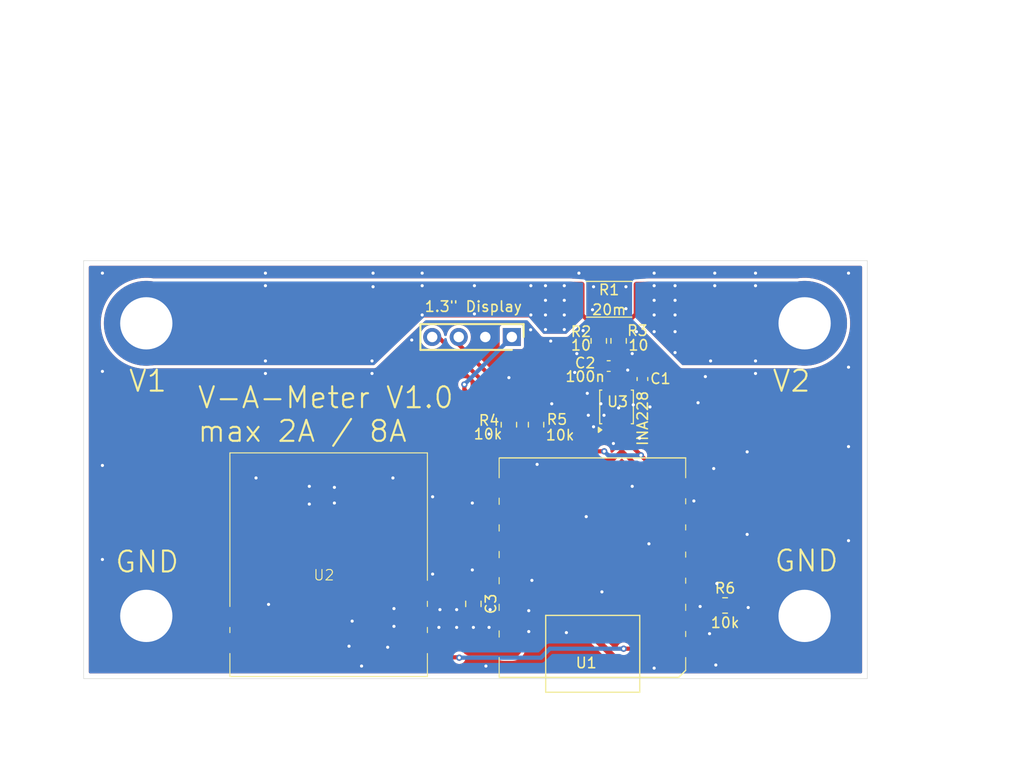
<source format=kicad_pcb>
(kicad_pcb (version 20241229) (generator "pcbnew") (generator_version "9.0")
  (layers (0 "F.Cu" signal) (2 "B.Cu" signal) (13 "F.Paste" user) (15 "B.Paste" user) (5 "F.SilkS" user "F.Silkscreen") (7 "B.SilkS" user "B.Silkscreen") (1 "F.Mask" user) (3 "B.Mask" user) (25 "Edge.Cuts" user))
  (net 0 "")
  (net 1 "+3.3V")
  (net 2 "GND")
  (net 3 "Net-(U3-Vin+)")
  (net 4 "Net-(U3-Vin-)")
  (net 5 "Net-(U3-Vbus)")
  (net 6 "Net-(J3-Pad1)")
  (net 7 "/SDA")
  (net 8 "/SCL")
  (net 9 "/ALERT")
  (net 13 "Net-(U1-PA02_A0_D0)")
  (net 14 "Net-(U1-5V)")
  (footprint "Capacitor_SMD:C_0805_2012Metric" (layer "F.Cu") (at 57.3 52.85 -90)
    (property "Reference" "C3" (at 0 -1.68 90) (layer "F.SilkS"))
    (property "Value" "1u")
    (fp_line (start -0.261252 0.735) (end 0.261252 0.735) (stroke (width 0.12)) (layer "F.SilkS"))
    (fp_line (start -0.261252 -0.735) (end 0.261252 -0.735) (stroke (width 0.12)) (layer "F.SilkS"))
    (pad "1" smd roundrect (at -0.95 0 270) (size 1 1.45) (layers "F.Cu" "F.Mask" "F.Paste") (net 1 "+3.3V"))
    (pad "2" smd roundrect (at 0.95 0 270) (size 1 1.45) (layers "F.Cu" "F.Mask" "F.Paste") (net 2 "GND"))
  )
  (footprint "Marcus_Connectors:banana-socket" (layer "F.Cu") (at 89 54 -90)
    (property "Reference" "J4" (hide yes))
    (property "Value" "Banana-Socket" (hide yes))
    (pad "1" thru_hole circle (at 0 0 270) (size 8.115 8.115) (drill 5) (layers "*.Cu" "*.Mask") (net 2 "GND"))
  )
  (footprint "Resistor_SMD:R_0805_2012Metric" (layer "F.Cu") (at 69.3 27.68 -90)
    (property "Reference" "R2" (at -0.88 1.7 180) (layer "F.SilkS"))
    (property "Value" "10" (at 0.42 1.7 180) (layer "F.SilkS"))
    (fp_line (start -0.227064 0.735) (end 0.227064 0.735) (stroke (width 0.12)) (layer "F.SilkS"))
    (fp_line (start -0.227064 -0.735) (end 0.227064 -0.735) (stroke (width 0.12)) (layer "F.SilkS"))
    (pad "1" smd roundrect (at -0.9125 0 270) (size 1.025 1.4) (layers "F.Cu" "F.Mask" "F.Paste") (roundrect_rratio 0.243902) (net 5 "Net-(U3-Vbus)"))
    (pad "2" smd roundrect (at 0.9125 0 270) (size 1.025 1.4) (layers "F.Cu" "F.Mask" "F.Paste") (roundrect_rratio 0.243902) (net 3 "Net-(U3-Vin+)"))
  )
  (footprint "Marcus_Modules:Display-OLED-1.3-Module" (layer "F.Cu") (at 57.17 27.31 180)
    (property "Reference" "J5" (hide yes))
    (property "Value" "Display-OLED-1.3-Module" (hide yes))
    (property "Field5" "1.3\" Display" (at -0.13 2.91 0) (layer "F.SilkS"))
    (fp_line (start 4.94 1.235) (end 4.94 -1.235) (stroke (width 0.2)) (layer "F.SilkS"))
    (fp_line (start 4.94 -1.235) (end -3.81 -1.235) (stroke (width 0.2)) (layer "F.SilkS"))
    (fp_line (start -4.94 1.235) (end 4.94 1.235) (stroke (width 0.2)) (layer "F.SilkS"))
    (fp_line (start -4.94 0) (end -4.94 1.235) (stroke (width 0.2)) (layer "F.SilkS"))
    (pad "1" thru_hole rect (at -3.81 0 180) (size 1.725 1.725) (drill 1) (layers "*.Cu" "*.Mask") (net 1 "+3.3V"))
    (pad "2" thru_hole circle (at -1.27 0 180) (size 1.725 1.725) (drill 1) (layers "*.Cu" "*.Mask") (net 2 "GND"))
    (pad "3" thru_hole circle (at 1.27 0 180) (size 1.725 1.725) (drill 1) (layers "*.Cu" "*.Mask") (net 8 "/SCL"))
    (pad "4" thru_hole circle (at 3.81 0 180) (size 1.725 1.725) (drill 1) (layers "*.Cu" "*.Mask") (net 7 "/SDA"))
  )
  (footprint "Package_SO:VSSOP-10_3x3mm_P0.5mm" (layer "F.Cu") (at 71 34 90)
    (property "Reference" "U3" (at 0.5 0.1 0) (layer "F.SilkS"))
    (property "Value" "INA228" (at -1.1 2.5 90) (layer "F.SilkS"))
    (fp_line (start 1.61 -1.61) (end 1.61 -1.41) (stroke (width 0.12)) (layer "F.SilkS"))
    (fp_line (start -1.61 -1.61) (end 1.61 -1.61) (stroke (width 0.12)) (layer "F.SilkS"))
    (fp_line (start -1.61 -1.41) (end -1.61 -1.61) (stroke (width 0.12)) (layer "F.SilkS"))
    (fp_line (start 1.61 1.41) (end 1.61 1.61) (stroke (width 0.12)) (layer "F.SilkS"))
    (fp_line (start 1.61 1.61) (end -1.61 1.61) (stroke (width 0.12)) (layer "F.SilkS"))
    (fp_line (start -1.61 1.61) (end -1.61 1.41) (stroke (width 0.12)) (layer "F.SilkS"))
    (fp_poly (pts (xy -2.2 -1.41) (xy -2.44 -1.74) (xy -1.96 -1.74)) (stroke (width 0.12)) (fill yes) (layer "F.SilkS"))
    (pad "1" smd roundrect (at -2.2 -1 90) (size 1.45 0.3) (layers "F.Cu" "F.Mask" "F.Paste") (net 2 "GND"))
    (pad "2" smd roundrect (at -2.2 -0.5 90) (size 1.45 0.3) (layers "F.Cu" "F.Mask" "F.Paste") (net 2 "GND"))
    (pad "3" smd roundrect (at -2.2 0 90) (size 1.45 0.3) (layers "F.Cu" "F.Mask" "F.Paste") (net 9 "/ALERT"))
    (pad "4" smd roundrect (at -2.2 0.5 90) (size 1.45 0.3) (layers "F.Cu" "F.Mask" "F.Paste") (net 7 "/SDA"))
    (pad "5" smd roundrect (at -2.2 1 90) (size 1.45 0.3) (layers "F.Cu" "F.Mask" "F.Paste") (net 8 "/SCL"))
    (pad "6" smd roundrect (at 2.2 1 90) (size 1.45 0.3) (layers "F.Cu" "F.Mask" "F.Paste") (net 1 "+3.3V"))
    (pad "7" smd roundrect (at 2.2 0.5 90) (size 1.45 0.3) (layers "F.Cu" "F.Mask" "F.Paste") (net 2 "GND"))
    (pad "8" smd roundrect (at 2.2 0 90) (size 1.45 0.3) (layers "F.Cu" "F.Mask" "F.Paste") (net 5 "Net-(U3-Vbus)"))
    (pad "9" smd roundrect (at 2.2 -0.5 90) (size 1.45 0.3) (layers "F.Cu" "F.Mask" "F.Paste") (net 4 "Net-(U3-Vin-)"))
    (pad "10" smd roundrect (at 2.2 -1 90) (size 1.45 0.3) (layers "F.Cu" "F.Mask" "F.Paste") (net 3 "Net-(U3-Vin+)"))
  )
  (footprint "Marcus_Connectors:banana-socket" (layer "F.Cu") (at 26 26 -90)
    (property "Reference" "J1" (hide yes))
    (property "Value" "Banana-Socket" (hide yes))
    (pad "1" thru_hole circle (at 0 0 270) (size 8.115 8.115) (drill 5) (layers "*.Cu" "*.Mask") (net 5 "Net-(U3-Vbus)"))
  )
  (footprint "Marcus_Modules:LiFePO4-Xiao-Module" (layer "F.Cu") (at 52.7 59.6 180)
    (property "Reference" "U2" (at 9.7 9.5 0) (layer "F.SilkS") (effects (font (thickness 0.1))))
    (property "Value" "LiFePO4-Xiao-Module")
    (fp_line (start 18.7 21.2) (end 18.7 6.5) (stroke (width 0.1)) (layer "F.SilkS"))
    (fp_line (start 18.7 4) (end 18.7 4.5) (stroke (width 0.1)) (layer "F.SilkS"))
    (fp_line (start 18.7 -0.2) (end 18.7 2) (stroke (width 0.1)) (layer "F.SilkS"))
    (fp_line (start -0.2 21.2) (end 18.7 21.2) (stroke (width 0.1)) (layer "F.SilkS"))
    (fp_line (start -0.2 9) (end -0.2 21.2) (stroke (width 0.1)) (layer "F.SilkS"))
    (fp_line (start -0.2 6.5) (end -0.2 7) (stroke (width 0.1)) (layer "F.SilkS"))
    (fp_line (start -0.2 4) (end -0.2 4.5) (stroke (width 0.1)) (layer "F.SilkS"))
    (fp_line (start -0.2 2) (end -0.2 -0.2) (stroke (width 0.1)) (layer "F.SilkS"))
    (fp_line (start -0.2 -0.2) (end 18.7 -0.2) (stroke (width 0.1)) (layer "F.SilkS"))
    (pad "1" smd oval (at 0.8 3 270) (size 1.725 3.225) (layers "F.Cu" "F.Mask" "F.Paste") (net 14 "Net-(U1-5V)"))
    (pad "2" smd rect (at 0.8 5.5 270) (size 1.725 3.225) (layers "F.Cu" "F.Mask" "F.Paste") (net 2 "GND"))
    (pad "2" smd rect (at 5.5 3.5 270) (size 2.2 2.2) (layers "F.Cu" "F.Mask" "F.Paste") (net 2 "GND"))
    (pad "2" smd rect (at 9.8 17.2) (size 1.3 2.1) (layers "F.Cu" "F.Mask" "F.Paste") (net 2 "GND"))
    (pad "3" smd oval (at 0.8 8 270) (size 1.725 3.225) (layers "F.Cu" "F.Mask" "F.Paste") (net 1 "+3.3V"))
    (pad "4" smd oval (at 17.7 5.5 270) (size 1.725 3.225) (layers "F.Cu" "F.Mask" "F.Paste"))
    (pad "5" smd oval (at 17.7 3 270) (size 1.725 3.225) (layers "F.Cu" "F.Mask" "F.Paste") (net 13 "Net-(U1-PA02_A0_D0)"))
  )
  (footprint "Resistor_SMD:R_0805_2012Metric" (layer "F.Cu") (at 81.39 53)
    (property "Reference" "R6" (at 0 -1.65 0) (layer "F.SilkS"))
    (property "Value" "10k" (at 0 1.65 0) (layer "F.SilkS"))
    (fp_line (start -0.227064 -0.735) (end 0.227064 -0.735) (stroke (width 0.12)) (layer "F.SilkS"))
    (fp_line (start -0.227064 0.735) (end 0.227064 0.735) (stroke (width 0.12)) (layer "F.SilkS"))
    (pad "1" smd roundrect (at -0.9125 0) (size 1.025 1.4) (layers "F.Cu" "F.Mask" "F.Paste") (roundrect_rratio 0.243902) (net 9 "/ALERT"))
    (pad "2" smd roundrect (at 0.9125 0) (size 1.025 1.4) (layers "F.Cu" "F.Mask" "F.Paste") (roundrect_rratio 0.243902) (net 1 "+3.3V"))
  )
  (footprint "Resistor_SMD:R_0805_2012Metric" (layer "F.Cu") (at 60.7 35.7025 -90)
    (property "Reference" "R4" (at -0.4025 1.9 0) (layer "F.SilkS"))
    (property "Value" "10k" (at 0.8975 2 180) (layer "F.SilkS"))
    (fp_line (start -0.227064 0.735) (end 0.227064 0.735) (stroke (width 0.12)) (layer "F.SilkS"))
    (fp_line (start -0.227064 -0.735) (end 0.227064 -0.735) (stroke (width 0.12)) (layer "F.SilkS"))
    (pad "1" smd roundrect (at -0.9125 0 270) (size 1.025 1.4) (layers "F.Cu" "F.Mask" "F.Paste") (roundrect_rratio 0.243902) (net 7 "/SDA"))
    (pad "2" smd roundrect (at 0.9125 0 270) (size 1.025 1.4) (layers "F.Cu" "F.Mask" "F.Paste") (roundrect_rratio 0.243902) (net 1 "+3.3V"))
  )
  (footprint "Marcus_Connectors:banana-socket" (layer "F.Cu") (at 26 54 -90)
    (property "Reference" "J2" (hide yes))
    (property "Value" "Banana-Socket" (hide yes))
    (pad "1" thru_hole circle (at 0 0 270) (size 8.115 8.115) (drill 5) (layers "*.Cu" "*.Mask") (net 2 "GND"))
  )
  (footprint "Marcus_Connectors:banana-socket" (layer "F.Cu") (at 89 26 -90)
    (property "Reference" "J3" (hide yes))
    (property "Value" "Banana-Socket" (hide yes))
    (pad "1" thru_hole circle (at 0 0 270) (size 8.115 8.115) (drill 5) (layers "*.Cu" "*.Mask") (net 6 "Net-(J3-Pad1)"))
  )
  (footprint "Resistor_SMD:R_0805_2012Metric" (layer "F.Cu") (at 71.2 27.68 -90)
    (property "Reference" "R3" (at -0.98 -1.8 180) (layer "F.SilkS"))
    (property "Value" "10" (at 0.42 -1.9 180) (layer "F.SilkS"))
    (fp_line (start -0.227064 0.735) (end 0.227064 0.735) (stroke (width 0.12)) (layer "F.SilkS"))
    (fp_line (start -0.227064 -0.735) (end 0.227064 -0.735) (stroke (width 0.12)) (layer "F.SilkS"))
    (pad "1" smd roundrect (at -0.9125 0 270) (size 1.025 1.4) (layers "F.Cu" "F.Mask" "F.Paste") (roundrect_rratio 0.243902) (net 6 "Net-(J3-Pad1)"))
    (pad "2" smd roundrect (at 0.9125 0 270) (size 1.025 1.4) (layers "F.Cu" "F.Mask" "F.Paste") (roundrect_rratio 0.243902) (net 4 "Net-(U3-Vin-)"))
  )
  (footprint "Resistor_SMD:R_0805_2012Metric" (layer "F.Cu") (at 63.3 35.7 -90)
    (property "Reference" "R5" (at -0.5 -2 0) (layer "F.SilkS"))
    (property "Value" "10k" (at 1 -2.3 180) (layer "F.SilkS"))
    (fp_line (start -0.227064 0.735) (end 0.227064 0.735) (stroke (width 0.12)) (layer "F.SilkS"))
    (fp_line (start -0.227064 -0.735) (end 0.227064 -0.735) (stroke (width 0.12)) (layer "F.SilkS"))
    (pad "1" smd roundrect (at -0.9125 0 270) (size 1.025 1.4) (layers "F.Cu" "F.Mask" "F.Paste") (roundrect_rratio 0.243902) (net 8 "/SCL"))
    (pad "2" smd roundrect (at 0.9125 0 270) (size 1.025 1.4) (layers "F.Cu" "F.Mask" "F.Paste") (roundrect_rratio 0.243902) (net 1 "+3.3V"))
  )
  (footprint "Capacitor_SMD:C_0603_1608Metric" (layer "F.Cu") (at 73.48 31.33 90)
    (property "Reference" "C1" (at 0.03 1.72 180) (layer "F.SilkS"))
    (property "Value" "1u")
    (fp_line (start -0.14058 -0.51) (end 0.14058 -0.51) (stroke (width 0.12)) (layer "F.SilkS"))
    (fp_line (start -0.14058 0.51) (end 0.14058 0.51) (stroke (width 0.12)) (layer "F.SilkS"))
    (pad "1" smd roundrect (at -0.775 0 90) (size 0.9 0.95) (layers "F.Cu" "F.Mask" "F.Paste") (net 1 "+3.3V"))
    (pad "2" smd roundrect (at 0.775 0 90) (size 0.9 0.95) (layers "F.Cu" "F.Mask" "F.Paste") (net 2 "GND"))
  )
  (footprint "Marcus_Modules:SEEEDUINO-XIAO-ESP32C3" (layer "F.Cu") (at 77.6175 38.88075 180)
    (property "Reference" "U1" (at 9.5175 -19.61925 0) (layer "F.SilkS"))
    (property "Value" "SEEEDUINO-XIAO-ESP32C3")
    (fp_line (start 17.85 -1.9) (end 17.85 0) (stroke (width 0.1)) (layer "F.SilkS"))
    (fp_line (start 17.85 -4.45) (end 17.85 -3.85) (stroke (width 0.1)) (layer "F.SilkS"))
    (fp_line (start 17.85 -7) (end 17.85 -6.4) (stroke (width 0.1)) (layer "F.SilkS"))
    (fp_line (start 17.85 -9.55) (end 17.85 -8.95) (stroke (width 0.1)) (layer "F.SilkS"))
    (fp_line (start 17.85 -12.05) (end 17.85 -11.45) (stroke (width 0.1)) (layer "F.SilkS"))
    (fp_line (start 17.85 -14.6) (end 17.85 -14) (stroke (width 0.1)) (layer "F.SilkS"))
    (fp_line (start 17.85 -17.15) (end 17.85 -16.55) (stroke (width 0.1)) (layer "F.SilkS"))
    (fp_line (start 17.85 -21) (end 17.85 -19.1) (stroke (width 0.1)) (layer "F.SilkS"))
    (fp_line (start 17.8 -21) (end 0.671541 -21) (stroke (width 0.127)) (layer "F.SilkS"))
    (fp_line (start 13.395 -15.072) (end 4.396 -15.072) (stroke (width 0.127)) (layer "F.SilkS"))
    (fp_line (start 13.395 -22.424) (end 13.395 -15.072) (stroke (width 0.127)) (layer "F.SilkS"))
    (fp_line (start 4.4 -22.424) (end 13.395 -22.424) (stroke (width 0.127)) (layer "F.SilkS"))
    (fp_line (start 4.396 -15.072) (end 4.396 -22.425) (stroke (width 0.127)) (layer "F.SilkS"))
    (fp_line (start 0.671541 -21) (end 0 -20.3285) (stroke (width 0.127)) (layer "F.SilkS"))
    (fp_line (start 0 0) (end 17.8 0) (stroke (width 0.127)) (layer "F.SilkS"))
    (fp_line (start 0 -1.9) (end 0 0) (stroke (width 0.1)) (layer "F.SilkS"))
    (fp_line (start 0 -4.4) (end 0 -3.9) (stroke (width 0.1)) (layer "F.SilkS"))
    (fp_line (start 0 -6.9) (end 0 -6.4) (stroke (width 0.1)) (layer "F.SilkS"))
    (fp_line (start 0 -9.5) (end 0 -9) (stroke (width 0.1)) (layer "F.SilkS"))
    (fp_line (start 0 -12) (end 0 -11.5) (stroke (width 0.1)) (layer "F.SilkS"))
    (fp_line (start 0 -14.6) (end 0 -14) (stroke (width 0.1)) (layer "F.SilkS"))
    (fp_line (start 0 -17.1) (end 0 -16.6) (stroke (width 0.1)) (layer "F.SilkS"))
    (fp_line (start 0 -20.3285) (end 0 -19.1) (stroke (width 0.1)) (layer "F.SilkS"))
    (pad "1" smd roundrect (at 0.835 -18.12 180) (size 2.75 2) (layers "F.Cu" "F.Mask" "F.Paste") (roundrect_rratio 0.5) (net 13 "Net-(U1-PA02_A0_D0)"))
    (pad "2" smd roundrect (at 0.835 -15.58 180) (size 2.75 2) (layers "F.Cu" "F.Mask" "F.Paste") (roundrect_rratio 0.5) (net 9 "/ALERT"))
    (pad "3" smd roundrect (at 0.835 -13.04 180) (size 2.75 2) (layers "F.Cu" "F.Mask" "F.Paste") (roundrect_rratio 0.5))
    (pad "4" smd roundrect (at 0.835 -10.5 180) (size 2.75 2) (layers "F.Cu" "F.Mask" "F.Paste") (roundrect_rratio 0.5))
    (pad "5" smd roundrect (at 0.835 -7.96 180) (size 2.75 2) (layers "F.Cu" "F.Mask" "F.Paste") (roundrect_rratio 0.5) (net 7 "/SDA"))
    (pad "6" smd roundrect (at 0.835 -5.42 180) (size 2.75 2) (layers "F.Cu" "F.Mask" "F.Paste") (roundrect_rratio 0.5) (net 8 "/SCL"))
    (pad "7" smd roundrect (at 0.835 -2.88 180) (size 2.75 2) (layers "F.Cu" "F.Mask" "F.Paste") (roundrect_rratio 0.5))
    (pad "8" smd roundrect (at 17 -2.88 180) (size 2.75 2) (layers "F.Cu" "F.Mask" "F.Paste") (roundrect_rratio 0.5))
    (pad "9" smd roundrect (at 17 -5.42 180) (size 2.75 2) (layers "F.Cu" "F.Mask" "F.Paste") (roundrect_rratio 0.5))
    (pad "10" smd roundrect (at 17 -7.96 180) (size 2.75 2) (layers "F.Cu" "F.Mask" "F.Paste") (roundrect_rratio 0.5))
    (pad "11" smd roundrect (at 17 -10.5 180) (size 2.75 2) (layers "F.Cu" "F.Mask" "F.Paste") (roundrect_rratio 0.5))
    (pad "12" smd roundrect (at 17 -13.04 180) (size 2.75 2) (layers "F.Cu" "F.Mask" "F.Paste") (roundrect_rratio 0.5) (net 1 "+3.3V"))
    (pad "13" smd roundrect (at 17 -15.58 180) (size 2.75 2) (layers "F.Cu" "F.Mask" "F.Paste") (roundrect_rratio 0.5) (net 2 "GND"))
    (pad "14" smd roundrect (at 17 -18.12 180) (size 2.75 2) (layers "F.Cu" "F.Mask" "F.Paste") (roundrect_rratio 0.5) (net 14 "Net-(U1-5V)"))
    (pad "16" smd roundrect (at 4.5 -10.5 180) (size 2.75 2) (layers "F.Cu" "F.Mask" "F.Paste") (roundrect_rratio 0.5))
    (pad "17" smd roundrect (at 4.5 -13 180) (size 2.75 2) (layers "F.Cu" "F.Mask" "F.Paste") (roundrect_rratio 0.5))
  )
  (footprint "Capacitor_SMD:C_0603_1608Metric" (layer "F.Cu") (at 70.25 30.09)
    (property "Reference" "C2" (at -2.25 -0.29 0) (layer "F.SilkS"))
    (property "Value" "100n" (at -2.25 1.01 0) (layer "F.SilkS"))
    (fp_line (start -0.14058 -0.51) (end 0.14058 -0.51) (stroke (width 0.12)) (layer "F.SilkS"))
    (fp_line (start -0.14058 0.51) (end 0.14058 0.51) (stroke (width 0.12)) (layer "F.SilkS"))
    (pad "1" smd roundrect (at -0.775 0) (size 0.9 0.95) (layers "F.Cu" "F.Mask" "F.Paste") (net 3 "Net-(U3-Vin+)"))
    (pad "2" smd roundrect (at 0.775 0) (size 0.9 0.95) (layers "F.Cu" "F.Mask" "F.Paste") (net 4 "Net-(U3-Vin-)"))
  )
  (footprint "Resistor_SMD:R_2512_6332Metric" (layer "F.Cu") (at 70.2875 23.7)
    (property "Reference" "R1" (at 0 -0.9 0) (layer "F.SilkS"))
    (property "Value" "20m" (at 0.0125 1 0) (layer "F.SilkS"))
    (fp_line (start -2.177064 -1.71) (end 2.177064 -1.71) (stroke (width 0.12)) (layer "F.SilkS"))
    (fp_line (start -2.177064 1.71) (end 2.177064 1.71) (stroke (width 0.12)) (layer "F.SilkS"))
    (pad "1" smd roundrect (at -2.9625 0) (size 1.225 3.35) (layers "F.Cu" "F.Mask" "F.Paste") (roundrect_rratio 0.204082) (net 5 "Net-(U3-Vbus)"))
    (pad "2" smd roundrect (at 2.9625 0) (size 1.225 3.35) (layers "F.Cu" "F.Mask" "F.Paste") (roundrect_rratio 0.204082) (net 6 "Net-(J3-Pad1)"))
  )
  (gr_poly (pts (xy 72.08 32.52) (xy 73.17 32.52) (xy 73.17 31.67) (xy 72.13 31.11) (xy 72.07 31.11)) (fill yes) (layer "F.Cu") (net 1))
  (gr_poly (pts (xy 67.785225 22.15) (xy 66.5 22) (xy 25.985225 22) (xy 25.985225 30) (xy 47.8 30) (xy 52.6 25.4) (xy 62.6 25.4) (xy 64 27) (xy 66.2 27) (xy 67.7 25.55) (xy 67.8 25.4) (xy 67.785225 22.3)) (fill yes) (layer "F.Cu") (net 5))
  (gr_poly (pts (xy 72.8 25.45) (xy 77.3 30) (xy 89 30) (xy 89 22) (xy 74.1 22) (xy 72.8 22.1)) (fill yes) (layer "F.Cu") (net 6))
  (gr_poly (pts (xy 72.8 25.45) (xy 77.3 30) (xy 89 30) (xy 89 22) (xy 74.1 22) (xy 72.8 22.1)) (fill yes) (layer "B.Cu") (net 6))
  (gr_poly (pts (xy 67.8 22.1) (xy 66.5 22) (xy 26 22) (xy 26 30) (xy 47.8 30) (xy 52.6 25.4) (xy 62.6 25.4) (xy 64 27) (xy 66.2 27) (xy 67.75 25.5) (xy 67.8 25.45) (xy 67.8 22.25)) (fill yes) (layer "B.Cu") (net 5))
  (gr_rect (start 20 20) (end 95 60) (stroke (width 0.05)) (fill no) (layer "Edge.Cuts"))
  (gr_text "GND" (at 22.9 50 0) (layer "F.SilkS") (effects (font (size 2 2) (thickness 0.2)) (justify left bottom)))
  (gr_text "V1" (at 24.2 32.7 0) (layer "F.SilkS") (effects (font (size 2 2) (thickness 0.2)) (justify left bottom)))
  (gr_text "GND" (at 86 49.9 0) (layer "F.SilkS") (effects (font (size 2 2) (thickness 0.2)) (justify left bottom)))
  (gr_text "V2" (at 85.8 32.7 0) (layer "F.SilkS") (effects (font (size 2 2) (thickness 0.2)) (justify left bottom)))
  (gr_text "V-A-Meter V1.0\nmax 2A / 8A" (at 30.8 37.5 0) (layer "F.SilkS") (effects (font (size 2 2) (thickness 0.2) (bold yes)) (justify left bottom)))
  (segment (start 60.6175 51.92075) (end 64.72075 51.92075) (width 0.6) (layer "F.Cu") (net 1))
  (segment (start 56.44 31.85) (end 56.44 32.355) (width 0.4) (layer "F.Cu") (net 1))
  (segment (start 77.827948 58.60175) (end 78.389698 58.04) (width 0.6) (layer "F.Cu") (net 1))
  (segment (start 73.48 32.105) (end 72.305 32.105) (width 0.2) (layer "F.Cu") (net 1))
  (segment (start 71.306793 58.041) (end 72.053207 58.041) (width 0.6) (layer "F.Cu") (net 1))
  (segment (start 75.737052 58.60175) (end 77.827948 58.60175) (width 0.6) (layer "F.Cu") (net 1))
  (segment (start 72.053207 58.041) (end 72.054207 58.04) (width 0.6) (layer "F.Cu") (net 1))
  (segment (start 54.67 51.6) (end 51.9 51.6) (width 1.6) (layer "F.Cu") (net 1))
  (segment (start 82.3 38.8) (end 75.605 32.105) (width 0.6) (layer "F.Cu") (net 1))
  (segment (start 70.84 58.04) (end 71.305793 58.04) (width 0.6) (layer "F.Cu") (net 1))
  (segment (start 60.7 36.615) (end 54.67 42.645) (width 0.6) (layer "F.Cu") (net 1))
  (segment (start 75.175302 58.04) (end 75.737052 58.60175) (width 0.6) (layer "F.Cu") (net 1))
  (segment (start 71.305793 58.04) (end 71.306793 58.041) (width 0.6) (layer "F.Cu") (net 1))
  (segment (start 72.054207 58.04) (end 75.175302 58.04) (width 0.6) (layer "F.Cu") (net 1))
  (segment (start 64.72075 51.92075) (end 70.84 58.04) (width 0.6) (layer "F.Cu") (net 1))
  (segment (start 63.2975 36.615) (end 63.3 36.6125) (width 0.6) (layer "F.Cu") (net 1))
  (segment (start 54.67 42.645) (end 54.67 51.6) (width 0.6) (layer "F.Cu") (net 1))
  (segment (start 60.7 36.615) (end 63.2975 36.615) (width 0.6) (layer "F.Cu") (net 1))
  (segment (start 78.96 58.04) (end 82.3 54.7) (width 0.6) (layer "F.Cu") (net 1))
  (segment (start 54.98075 51.92075) (end 54.67 51.61) (width 1.6) (layer "F.Cu") (net 1))
  (segment (start 60.29675 51.6) (end 60.6175 51.92075) (width 0.2) (layer "F.Cu") (net 1))
  (segment (start 78.389698 58.04) (end 78.96 58.04) (width 0.6) (layer "F.Cu") (net 1))
  (segment (start 54.67 51.61) (end 54.67 51.6) (width 0.2) (layer "F.Cu") (net 1))
  (segment (start 56.44 32.355) (end 60.7 36.615) (width 0.4) (layer "F.Cu") (net 1))
  (segment (start 82.3 54.7) (end 82.3 38.8) (width 0.6) (layer "F.Cu") (net 1))
  (segment (start 73.48 32.105) (end 75.605 32.105) (width 0.4) (layer "F.Cu") (net 1))
  (segment (start 60.6175 51.92075) (end 54.98075 51.92075) (width 1.6) (layer "F.Cu") (net 1))
  (segment (start 72.305 32.105) (end 72 31.8) (width 0.2) (layer "F.Cu") (net 1))
  (via (at 56.44 31.85) (size 0.6) (drill 0.3) (layers "F.Cu" "B.Cu") (net 1))
  (segment (start 60.98 27.31) (end 56.44 31.85) (width 0.4) (layer "B.Cu") (net 1))
  (segment (start 71.33 34.11) (end 71.5 33.94) (width 0.2) (layer "F.Cu") (net 2))
  (segment (start 71.5 31.041176) (end 71.986176 30.555) (width 0.2) (layer "F.Cu") (net 2))
  (segment (start 70.5 36.2) (end 70.5 34.114076) (width 0.2) (layer "F.Cu") (net 2))
  (segment (start 58.44 27.31) (end 57.0765 25.9465) (width 0.4) (layer "F.Cu") (net 2))
  (segment (start 71.5 33.94) (end 71.5 31.8) (width 0.2) (layer "F.Cu") (net 2))
  (segment (start 52.795219 25.9465) (end 51.9965 26.745219) (width 0.4) (layer "F.Cu") (net 2))
  (segment (start 49.24 54.1) (end 49.22 54.08) (width 0.2) (layer "F.Cu") (net 2))
  (segment (start 47.57 48.92) (end 47.57 52.43) (width 0.2) (layer "F.Cu") (net 2))
  (segment (start 60.25675 54.1) (end 60.6175 54.46075) (width 0.2) (layer "F.Cu") (net 2))
  (segment (start 70.5 36.2) (end 70 36.2) (width 0.2) (layer "F.Cu") (net 2))
  (segment (start 51.9965 26.745219) (end 51.9965 28.2465) (width 0.4) (layer "F.Cu") (net 2))
  (segment (start 42.9 44.25) (end 47.57 48.92) (width 0.2) (layer "F.Cu") (net 2))
  (segment (start 62.3435 25.9465) (end 62.3435 28.25) (width 0.4) (layer "F.Cu") (net 2))
  (segment (start 57.0765 25.9465) (end 52.795219 25.9465) (width 0.4) (layer "F.Cu") (net 2))
  (segment (start 71.986176 30.555) (end 73.48 30.555) (width 0.2) (layer "F.Cu") (net 2))
  (segment (start 42.9 42.4) (end 42.9 44.25) (width 0.2) (layer "F.Cu") (net 2))
  (segment (start 58.44 27.31) (end 58.52 27.31) (width 0.4) (layer "F.Cu") (net 2))
  (segment (start 89 39.9529) (end 79.6021 30.555) (width 0.2) (layer "F.Cu") (net 2))
  (segment (start 70.504076 34.11) (end 71.33 34.11) (width 0.2) (layer "F.Cu") (net 2))
  (segment (start 47.57 52.43) (end 49.22 54.08) (width 0.2) (layer "F.Cu") (net 2))
  (segment (start 51.9 54.1) (end 56.54 54.1) (width 0.2) (layer "F.Cu") (net 2))
  (segment (start 70.5 34.114076) (end 70.504076 34.11) (width 0.2) (layer "F.Cu") (net 2))
  (segment (start 59.8835 25.9465) (end 62.3435 25.9465) (width 0.4) (layer "F.Cu") (net 2))
  (segment (start 51.9 54.1) (end 49.24 54.1) (width 0.2) (layer "F.Cu") (net 2))
  (segment (start 89 54) (end 89 39.9529) (width 0.2) (layer "F.Cu") (net 2))
  (segment (start 71.5 31.8) (end 71.5 31.041176) (width 0.2) (layer "F.Cu") (net 2))
  (segment (start 79.6021 30.555) (end 73.48 30.555) (width 0.2) (layer "F.Cu") (net 2))
  (segment (start 56.54 54.1) (end 60.25675 54.1) (width 0.2) (layer "F.Cu") (net 2))
  (segment (start 49.22 54.08) (end 47.2 56.1) (width 0.2) (layer "F.Cu") (net 2))
  (segment (start 58.52 27.31) (end 59.8835 25.9465) (width 0.4) (layer "F.Cu") (net 2))
  (via (at 68.1 44.5) (size 0.6) (drill 0.3) (layers "F.Cu" "B.Cu") (net 2))
  (via (at 47.7 21.2) (size 0.6) (drill 0.3) (layers "F.Cu" "B.Cu") (net 2))
  (via (at 83.5 38.3) (size 0.6) (drill 0.3) (layers "F.Cu" "B.Cu") (net 2))
  (via (at 71.2 34.1) (size 0.6) (drill 0.3) (layers "F.Cu" "B.Cu") (net 2))
  (via (at 54.1 53.4) (size 0.6) (drill 0.3) (layers "F.Cu" "B.Cu") (net 2))
  (via (at 41.6 41.6) (size 0.6) (drill 0.3) (layers "F.Cu" "B.Cu") (net 2))
  (via (at 62.6 53.5) (size 0.6) (drill 0.3) (layers "F.Cu" "B.Cu") (net 2))
  (via (at 72.5 28.9) (size 0.6) (drill 0.3) (layers "F.Cu" "B.Cu") (net 2))
  (via (at 53.4 42.6) (size 0.6) (drill 0.3) (layers "F.Cu" "B.Cu") (net 2))
  (via (at 80.6 50.9) (size 0.6) (drill 0.3) (layers "F.Cu" "B.Cu") (net 2))
  (via (at 93.2 46.8) (size 0.6) (drill 0.3) (layers "F.Cu" "B.Cu") (net 2))
  (via (at 37.4 21.2) (size 0.6) (drill 0.3) (layers "F.Cu" "B.Cu") (net 2))
  (via (at 49.7 55) (size 0.6) (drill 0.3) (layers "F.Cu" "B.Cu") (net 2))
  (via (at 69.499925 33.700257) (size 0.6) (drill 0.3) (layers "F.Cu" "B.Cu") (net 2))
  (via (at 69.8 34.8) (size 0.6) (drill 0.3) (layers "F.Cu" "B.Cu") (net 2))
  (via (at 93.2 30.2) (size 0.6) (drill 0.3) (layers "F.Cu" "B.Cu") (net 2))
  (via (at 68.8 22.5) (size 0.6) (drill 0.3) (layers "F.Cu" "B.Cu") (net 2))
  (via (at 41.6 43.3) (size 0.6) (drill 0.3) (layers "F.Cu" "B.Cu") (net 2))
  (via (at 45.4 56.9) (size 0.6) (drill 0.3) (layers "F.Cu" "B.Cu") (net 2))
  (via (at 44 43.2) (size 0.6) (drill 0.3) (layers "F.Cu" "B.Cu") (net 2))
  (via (at 37.7 52.9) (size 0.6) (drill 0.3) (layers "F.Cu" "B.Cu") (net 2))
  (via (at 68.3 34.8) (size 0.6) (drill 0.3) (layers "F.Cu" "B.Cu") (net 2))
  (via (at 78.8 33.6) (size 0.6) (drill 0.3) (layers "F.Cu" "B.Cu") (net 2))
  (via (at 68.8 35.9) (size 0.6) (drill 0.3) (layers "F.Cu" "B.Cu") (net 2))
  (via (at 21.8 48.6) (size 0.6) (drill 0.3) (layers "F.Cu" "B.Cu") (net 2))
  (via (at 67.4 21.2) (size 0.6) (drill 0.3) (layers "F.Cu" "B.Cu") (net 2))
  (via (at 52.4 21.2) (size 0.6) (drill 0.3) (layers "F.Cu" "B.Cu") (net 2))
  (via (at 55.7 55.1) (size 0.6) (drill 0.3) (layers "F.Cu" "B.Cu") (net 2))
  (via (at 62.6 55.5) (size 0.6) (drill 0.3) (layers "F.Cu" "B.Cu") (net 2))
  (via (at 63.4 39.5) (size 0.6) (drill 0.3) (layers "F.Cu" "B.Cu") (net 2))
  (via (at 80.5 58.7) (size 0.6) (drill 0.3) (layers "F.Cu" "B.Cu") (net 2))
  (via (at 80.4 21.2) (size 0.6) (drill 0.3) (layers "F.Cu" "B.Cu") (net 2))
  (via (at 73.2 37) (size 0.6) (drill 0.3) (layers "F.Cu" "B.Cu") (net 2))
  (via (at 47.6 30.8) (size 0.6) (drill 0.3) (layers "F.Cu" "B.Cu") (net 2))
  (via (at 36.5 40.8) (size 0.6) (drill 0.3) (layers "F.Cu" "B.Cu") (net 2))
  (via (at 72.9 26.8) (size 0.6) (drill 0.3) (layers "F.Cu" "B.Cu") (net 2))
  (via (at 74.2 34) (size 0.6) (drill 0.3) (layers "F.Cu" "B.Cu") (net 2))
  (via (at 72.6 33.8) (size 0.6) (drill 0.3) (layers "F.Cu" "B.Cu") (net 2))
  (via (at 64.7 27.7) (size 0.6) (drill 0.3) (layers "F.Cu" "B.Cu") (net 2))
  (via (at 67.2 28.9) (size 0.6) (drill 0.3) (layers "F.Cu" "B.Cu") (net 2))
  (via (at 83.6 53.2) (size 0.6) (drill 0.3) (layers "F.Cu" "B.Cu") (net 2))
  (via (at 58.9 53.4) (size 0.6) (drill 0.3) (layers "F.Cu" "B.Cu") (net 2))
  (via (at 93.2 21.2) (size 0.6) (drill 0.3) (layers "F.Cu" "B.Cu") (net 2))
  (via (at 67 30.7) (size 0.6) (drill 0.3) (layers "F.Cu" "B.Cu") (net 2))
  (via (at 51.4 27.6) (size 0.6) (drill 0.3) (layers "F.Cu" "B.Cu") (net 2))
  (via (at 60.7 31.2) (size 0.6) (drill 0.3) (layers "F.Cu" "B.Cu") (net 2))
  (via (at 21.8 39.6) (size 0.6) (drill 0.3) (layers "F.Cu" "B.Cu") (net 2))
  (via (at 74.1 47.1) (size 0.6) (drill 0.3) (layers "F.Cu" "B.Cu") (net 2))
  (via (at 83.5 46.2) (size 0.6) (drill 0.3) (layers "F.Cu" "B.Cu") (net 2))
  (via (at 69.6 51.7) (size 0.6) (drill 0.3) (layers "F.Cu" "B.Cu") (net 2))
  (via (at 78.4 43) (size 0.6) (drill 0.3) (layers "F.Cu" "B.Cu") (net 2))
  (via (at 57.3 55.1) (size 0.6) (drill 0.3) (layers "F.Cu" "B.Cu") (net 2))
  (via (at 53.4 50) (size 0.6) (drill 0.3) (layers "F.Cu" "B.Cu") (net 2))
  (via (at 49.1 57) (size 0.6) (drill 0.3) (layers "F.Cu" "B.Cu") (net 2))
  (via (at 80.3 39.9) (size 0.6) (drill 0.3) (layers "F.Cu" "B.Cu") (net 2))
  (via (at 62.9 50.6) (size 0.6) (drill 0.3) (layers "F.Cu" "B.Cu") (net 2))
  (via (at 72.5 41.6) (size 0.6) (drill 0.3) (layers "F.Cu" "B.Cu") (net 2))
  (via (at 55.7 53.4) (size 0.6) (drill 0.3) (layers "F.Cu" "B.Cu") (net 2))
  (via (at 21.8 21.2) (size 0.6) (drill 0.3) (layers "F.Cu" "B.Cu") (net 2))
  (via (at 79 53.1) (size 0.6) (drill 0.3) (layers "F.Cu" "B.Cu") (net 2))
  (via (at 74.6 21.2) (size 0.6) (drill 0.3) (layers "F.Cu" "B.Cu") (net 2))
  (via (at 71.9 22.5) (size 0.6) (drill 0.3) (layers "F.Cu" "B.Cu") (net 2))
  (via (at 79.9 55.7) (size 0.6) (drill 0.3) (layers "F.Cu" "B.Cu") (net 2))
  (via (at 45.7 54.5) (size 0.6) (drill 0.3) (layers "F.Cu" "B.Cu") (net 2))
  (via (at 74.6 59) (size 0.6) (drill 0.3) (layers "F.Cu" "B.Cu") (net 2))
  (via (at 57.2 43.2) (size 0.6) (drill 0.3) (layers "F.Cu" "B.Cu") (net 2))
  (via (at 64.8 33.7) (size 0.6) (drill 0.3) (layers "F.Cu" "B.Cu") (net 2))
  (via (at 68.7 24.7) (size 0.6) (drill 0.3) (layers "F.Cu" "B.Cu") (net 2))
  (via (at 72.068745 30.475) (size 0.6) (drill 0.3) (layers "F.Cu" "B.Cu") (net 2))
  (via (at 49.6 40.8) (size 0.6) (drill 0.3) (layers "F.Cu" "B.Cu") (net 2))
  (via (at 93.2 37.8) (size 0.6) (drill 0.3) (layers "F.Cu" "B.Cu") (net 2))
  (via (at 71.9 24.6) (size 0.6) (drill 0.3) (layers "F.Cu" "B.Cu") (net 2))
  (via (at 54 55.1) (size 0.6) (drill 0.3) (layers "F.Cu" "B.Cu") (net 2))
  (via (at 37.4 30.8) (size 0.6) (drill 0.3) (layers "F.Cu" "B.Cu") (net 2))
  (via (at 21.8 30.6) (size 0.6) (drill 0.3) (layers "F.Cu" "B.Cu") (net 2))
  (via (at 84.3 30.8) (size 0.6) (drill 0.3) (layers "F.Cu" "B.Cu") (net 2))
  (via (at 58.8 36.6) (size 0.6) (drill 0.3) (layers "F.Cu" "B.Cu") (net 2))
  (via (at 79.5 31.1) (size 0.6) (drill 0.3) (layers "F.Cu" "B.Cu") (net 2))
  (via (at 70.7 37.5) (size 0.6) (drill 0.3) (layers "F.Cu" "B.Cu") (net 2))
  (via (at 46.6 58.8) (size 0.6) (drill 0.3) (layers "F.Cu" "B.Cu") (net 2))
  (via (at 58.5 58.8) (size 0.6) (drill 0.3) (layers "F.Cu" "B.Cu") (net 2))
  (via (at 84.3 21.2) (size 0.6) (drill 0.3) (layers "F.Cu" "B.Cu") (net 2))
  (via (at 62.778231 26.620317) (size 0.6) (drill 0.3) (layers "F.Cu" "B.Cu") (net 2))
  (via (at 49.7 53.3) (size 0.6) (drill 0.3) (layers "F.Cu" "B.Cu") (net 2))
  (via (at 57.2 49.6) (size 0.6) (drill 0.3) (layers "F.Cu" "B.Cu") (net 2))
  (via (at 68.2 32.7) (size 0.6) (drill 0.3) (layers "F.Cu" "B.Cu") (net 2))
  (via (at 58.8 55.1) (size 0.6) (drill 0.3) (layers "F.Cu" "B.Cu") (net 2))
  (via (at 44 41.7) (size 0.6) (drill 0.3) (layers "F.Cu" "B.Cu") (net 2))
  (via (at 67.8 26.7) (size 0.6) (drill 0.3) (layers "F.Cu" "B.Cu") (net 2))
  (via (at 66.2 55.6) (size 0.6) (drill 0.3) (layers "F.Cu" "B.Cu") (net 2))
  (segment (start 51.9965 27.25) (end 51.9965 28.0765) (width 0.4) (layer "B.Cu") (net 2))
  (segment (start 51.9965 28.0765) (end 52.01 28.09) (width 0.4) (layer "B.Cu") (net 2))
  (segment (start 52.795219 25.9465) (end 51.9965 26.745219) (width 0.4) (layer "B.Cu") (net 2))
  (segment (start 51.9965 26.745219) (end 51.9965 27.25) (width 0.4) (layer "B.Cu") (net 2))
  (segment (start 58.44 27.31) (end 59.8035 25.9465) (width 0.4) (layer "B.Cu") (net 2))
  (segment (start 59.8035 25.9465) (end 62.3435 25.9465) (width 0.4) (layer "B.Cu") (net 2))
  (segment (start 57.0765 25.9465) (end 52.795219 25.9465) (width 0.4) (layer "B.Cu") (net 2))
  (segment (start 58.44 27.31) (end 57.0765 25.9465) (width 0.4) (layer "B.Cu") (net 2))
  (segment (start 62.3435 25.9465) (end 62.3435 27.66) (width 0.4) (layer "B.Cu") (net 2))
  (segment (start 70 31.8) (end 70 30.615) (width 0.3) (layer "F.Cu") (net 3))
  (segment (start 69.475 30.09) (end 69.475 28.7675) (width 0.3) (layer "F.Cu") (net 3))
  (segment (start 70 30.615) (end 69.475 30.09) (width 0.3) (layer "F.Cu") (net 3))
  (segment (start 69.475 28.7675) (end 69.3 28.5925) (width 0.3) (layer "F.Cu") (net 3))
  (segment (start 70.5 31.8) (end 70.5 30.615) (width 0.3) (layer "F.Cu") (net 4))
  (segment (start 71.025 30.09) (end 71.025 28.7675) (width 0.3) (layer "F.Cu") (net 4))
  (segment (start 71.025 28.7675) (end 71.2 28.5925) (width 0.3) (layer "F.Cu") (net 4))
  (segment (start 70.5 30.615) (end 71.025 30.09) (width 0.3) (layer "F.Cu") (net 4))
  (segment (start 69.709044 32.98) (end 69.399 32.669956) (width 0.3) (layer "F.Cu") (net 5))
  (segment (start 66.01 24.69) (end 27.31 24.69) (width 1.5) (layer "F.Cu") (net 5))
  (segment (start 69.3 26.7675) (end 67.3 24.7675) (width 0.4) (layer "F.Cu") (net 5))
  (segment (start 27.31 24.69) (end 26 26) (width 1.5) (layer "F.Cu") (net 5))
  (segment (start 68.149 31.429) (end 68.149 27.9185) (width 0.3) (layer "F.Cu") (net 5))
  (segment (start 67.3 23.725) (end 67.325 23.7) (width 0.3) (layer "F.Cu") (net 5))
  (segment (start 71 32.76) (end 70.78 32.98) (width 0.3) (layer "F.Cu") (net 5))
  (segment (start 67.3 24.7675) (end 67.3 23.725) (width 0.4) (layer "F.Cu") (net 5))
  (segment (start 67 23.7) (end 66.01 24.69) (width 1.5) (layer "F.Cu") (net 5))
  (segment (start 69.399 32.669956) (end 69.389956 32.669956) (width 0.3) (layer "F.Cu") (net 5))
  (segment (start 68.149 27.9185) (end 69.3 26.7675) (width 0.3) (layer "F.Cu") (net 5))
  (segment (start 69.389956 32.669956) (end 68.149 31.429) (width 0.3) (layer "F.Cu") (net 5))
  (segment (start 70.981176 32.008824) (end 71.049 31.941) (width 0.2) (layer "F.Cu") (net 5))
  (segment (start 71 31.8) (end 71 32.76) (width 0.3) (layer "F.Cu") (net 5))
  (segment (start 70.78 32.98) (end 69.709044 32.98) (width 0.3) (layer "F.Cu") (net 5))
  (via (at 66 23.8) (size 0.6) (drill 0.3) (layers "F.Cu" "B.Cu") (net 5))
  (via (at 57.4 25.1) (size 0.6) (drill 0.3) (layers "F.Cu" "B.Cu") (net 5))
  (via (at 66 26.6) (size 0.6) (drill 0.3) (layers "F.Cu" "B.Cu") (net 5))
  (via (at 66 22.4) (size 0.6) (drill 0.3) (layers "F.Cu" "B.Cu") (net 5))
  (via (at 62.8 25.2) (size 0.6) (drill 0.3) (layers "F.Cu" "B.Cu") (net 5))
  (via (at 52.4 25.2) (size 0.6) (drill 0.3) (layers "F.Cu" "B.Cu") (net 5))
  (via (at 62.8 22.4) (size 0.6) (drill 0.3) (layers "F.Cu" "B.Cu") (net 5))
  (via (at 37.4 22.4) (size 0.6) (drill 0.3) (layers "F.Cu" "B.Cu") (net 5))
  (via (at 66 25.2) (size 0.6) (drill 0.3) (layers "F.Cu" "B.Cu") (net 5))
  (via (at 47.7 22.5) (size 0.6) (drill 0.3) (layers "F.Cu" "B.Cu") (net 5))
  (via (at 64.2 23.8) (size 0.6) (drill 0.3) (layers "F.Cu" "B.Cu") (net 5))
  (via (at 64.2 22.4) (size 0.6) (drill 0.3) (layers "F.Cu" "B.Cu") (net 5))
  (via (at 37.4 29.6) (size 0.6) (drill 0.3) (layers "F.Cu" "B.Cu") (net 5))
  (via (at 57.4 22.4) (size 0.6) (drill 0.3) (layers "F.Cu" "B.Cu") (net 5))
  (via (at 47.6 29.6) (size 0.6) (drill 0.3) (layers "F.Cu" "B.Cu") (net 5))
  (via (at 64.2 25.2) (size 0.6) (drill 0.3) (layers "F.Cu" "B.Cu") (net 5))
  (via (at 52.4 22.4) (size 0.6) (drill 0.3) (layers "F.Cu" "B.Cu") (net 5))
  (via (at 64.2 26.6) (size 0.6) (drill 0.3) (layers "F.Cu" "B.Cu") (net 5))
  (segment (start 87.7 24.7) (end 89 26) (width 1.5) (layer "F.Cu") (net 6))
  (segment (start 73.2 24.7675) (end 73.2 23.75) (width 0.4) (layer "F.Cu") (net 6))
  (segment (start 74.3 24.7) (end 87.7 24.7) (width 1.5) (layer "F.Cu") (net 6))
  (segment (start 71.2 26.7675) (end 73.2 24.7675) (width 0.4) (layer "F.Cu") (net 6))
  (segment (start 73.2 23.75) (end 73.25 23.7) (width 0.4) (layer "F.Cu") (net 6))
  (via (at 76.6 28.8) (size 0.6) (drill 0.3) (layers "F.Cu" "B.Cu") (net 6))
  (via (at 80 29.6) (size 0.6) (drill 0.3) (layers "F.Cu" "B.Cu") (net 6))
  (via (at 74.6 23.8) (size 0.6) (drill 0.3) (layers "F.Cu" "B.Cu") (net 6))
  (via (at 84.3 29.6) (size 0.6) (drill 0.3) (layers "F.Cu" "B.Cu") (net 6))
  (via (at 76.6 22.4) (size 0.6) (drill 0.3) (layers "F.Cu" "B.Cu") (net 6))
  (via (at 76.6 23.8) (size 0.6) (drill 0.3) (layers "F.Cu" "B.Cu") (net 6))
  (via (at 80.4 22.4) (size 0.6) (drill 0.3) (layers "F.Cu" "B.Cu") (net 6))
  (via (at 74.6 26.8) (size 0.6) (drill 0.3) (layers "F.Cu" "B.Cu") (net 6))
  (via (at 76.6 25.2) (size 0.6) (drill 0.3) (layers "F.Cu" "B.Cu") (net 6))
  (via (at 76.6 26.8) (size 0.6) (drill 0.3) (layers "F.Cu" "B.Cu") (net 6))
  (via (at 74.6 22.4) (size 0.6) (drill 0.3) (layers "F.Cu" "B.Cu") (net 6))
  (via (at 84.3 22.4) (size 0.6) (drill 0.3) (layers "F.Cu" "B.Cu") (net 6))
  (via (at 74.6 25.2) (size 0.6) (drill 0.3) (layers "F.Cu" "B.Cu") (net 6))
  (segment (start 61.29 34.79) (end 62.1 35.6) (width 0.4) (layer "F.Cu") (net 7))
  (segment (start 71.499 37.719654) (end 71.499 37.301) (width 0.3) (layer "F.Cu") (net 7))
  (segment (start 71.5 37.3) (end 71.5 36.2) (width 0.3) (layer "F.Cu") (net 7))
  (segment (start 74.2055 44.26375) (end 74.2055 40.9055) (width 0.4) (layer "F.Cu") (net 7))
  (segment (start 71.499 37.301) (end 71.5 37.3) (width 0.3) (layer "F.Cu") (net 7))
  (segment (start 70.647 39.051) (end 71.499 38.199) (width 0.4) (layer "F.Cu") (net 7))
  (segment (start 62.1 35.6) (end 62.201 35.701) (width 0.2) (layer "F.Cu") (net 7))
  (segment (start 71.499 38.199) (end 71.499 37.719654) (width 0.4) (layer "F.Cu") (net 7))
  (segment (start 74.2055 40.9055) (end 71.499 38.199) (width 0.4) (layer "F.Cu") (net 7))
  (segment (start 76.7825 46.84075) (end 74.2055 44.26375) (width 0.4) (layer "F.Cu") (net 7))
  (segment (start 53.95 27.31) (end 60.7 34.06) (width 0.4) (layer "F.Cu") (net 7))
  (segment (start 62.57242 35.7) (end 64.21 35.7) (width 0.2) (layer "F.Cu") (net 7))
  (segment (start 60.7 34.79) (end 61.29 34.79) (width 0.4) (layer "F.Cu") (net 7))
  (segment (start 60.7 34.06) (end 60.7 34.79) (width 0.4) (layer "F.Cu") (net 7))
  (segment (start 62.57142 35.701) (end 62.57242 35.7) (width 0.2) (layer "F.Cu") (net 7))
  (segment (start 62.201 35.701) (end 62.57142 35.701) (width 0.2) (layer "F.Cu") (net 7))
  (segment (start 67.561 39.051) (end 70.647 39.051) (width 0.4) (layer "F.Cu") (net 7))
  (segment (start 64.21 35.7) (end 67.561 39.051) (width 0.4) (layer "F.Cu") (net 7))
  (segment (start 53.36 27.31) (end 53.95 27.31) (width 0.4) (layer "F.Cu") (net 7))
  (segment (start 56.1 27.11) (end 55.9 27.31) (width 0.2) (layer "F.Cu") (net 8))
  (segment (start 76.90175 44.42) (end 76.7825 44.30075) (width 0.2) (layer "F.Cu") (net 8))
  (segment (start 55.9 28.02) (end 62.6675 34.7875) (width 0.4) (layer "F.Cu") (net 8))
  (segment (start 55.9 27.31) (end 55.9 26.872136) (width 0.4) (layer "F.Cu") (net 8))
  (segment (start 73.33 38.63) (end 74.9065 40.2065) (width 0.4) (layer "F.Cu") (net 8))
  (segment (start 74.9065 42.42475) (end 76.7825 44.30075) (width 0.4) (layer "F.Cu") (net 8))
  (segment (start 72 37.3) (end 72 36.2) (width 0.3) (layer "F.Cu") (net 8))
  (segment (start 74.9065 40.2065) (end 74.9065 42.42475) (width 0.4) (layer "F.Cu") (net 8))
  (segment (start 67.751364 38.25) (end 69.82 38.25) (width 0.4) (layer "F.Cu") (net 8))
  (segment (start 64.288864 34.7875) (end 67.751364 38.25) (width 0.4) (layer "F.Cu") (net 8))
  (segment (start 63.3 34.7875) (end 64.288864 34.7875) (width 0.4) (layer "F.Cu") (net 8))
  (segment (start 72.2 37.5) (end 72 37.3) (width 0.3) (layer "F.Cu") (net 8))
  (segment (start 55.9 27.31) (end 55.9 28.02) (width 0.4) (layer "F.Cu") (net 8))
  (segment (start 72.2 37.5) (end 73.33 38.63) (width 0.4) (layer "F.Cu") (net 8))
  (segment (start 62.6675 34.7875) (end 63.3 34.7875) (width 0.4) (layer "F.Cu") (net 8))
  (via (at 69.82 38.25) (size 0.6) (drill 0.3) (layers "F.Cu" "B.Cu") (net 8))
  (via (at 73.33 38.63) (size 0.6) (drill 0.3) (layers "F.Cu" "B.Cu") (net 8))
  (segment (start 69.82 38.25) (end 70.21 38.64) (width 0.4) (layer "B.Cu") (net 8))
  (segment (start 70.21 38.64) (end 73.33 38.64) (width 0.4) (layer "B.Cu") (net 8))
  (segment (start 79.73925 54.46075) (end 80.4775 53.7225) (width 0.4) (layer "F.Cu") (net 9))
  (segment (start 80.4775 53) (end 79.4 51.9225) (width 0.4) (layer "F.Cu") (net 9))
  (segment (start 79.4 51.9225) (end 79.4 41.85) (width 0.4) (layer "F.Cu") (net 9))
  (segment (start 72.524 34.974) (end 71.184334 34.974) (width 0.4) (layer "F.Cu") (net 9))
  (segment (start 71.184334 34.974) (end 71.101 35.057334) (width 0.4) (layer "F.Cu") (net 9))
  (segment (start 79.4 41.85) (end 72.524 34.974) (width 0.4) (layer "F.Cu") (net 9))
  (segment (start 71 35.158334) (end 71 36.2) (width 0.3) (layer "F.Cu") (net 9))
  (segment (start 71.184334 34.974) (end 71 35.158334) (width 0.3) (layer "F.Cu") (net 9))
  (segment (start 76.7825 54.46075) (end 79.73925 54.46075) (width 0.4) (layer "F.Cu") (net 9))
  (segment (start 80.4775 53.7225) (end 80.4775 53) (width 0.4) (layer "F.Cu") (net 9))
  (segment (start 75.732472 57.00075) (end 76.7825 57.00075) (width 0.4) (layer "F.Cu") (net 13))
  (segment (start 76.7825 57.00075) (end 75.93075 57.00075) (width 0.2) (layer "F.Cu") (net 13))
  (segment (start 55.95005 58) (end 55.91355 57.9635) (width 0.4) (layer "F.Cu") (net 13))
  (segment (start 76.64325 57.14) (end 76.7825 57.00075) (width 0.4) (layer "F.Cu") (net 13))
  (segment (start 71.68 57.14) (end 76.64325 57.14) (width 0.4) (layer "F.Cu") (net 13))
  (segment (start 36.3635 57.9635) (end 35 56.6) (width 0.4) (layer "F.Cu") (net 13))
  (segment (start 55.91355 57.9635) (end 36.3635 57.9635) (width 0.4) (layer "F.Cu") (net 13))
  (via (at 55.95005 58) (size 0.6) (drill 0.3) (layers "F.Cu" "B.Cu") (net 13))
  (via (at 71.68 57.14) (size 0.6) (drill 0.3) (layers "F.Cu" "B.Cu") (net 13))
  (segment (start 63.76 58) (end 55.95005 58) (width 0.4) (layer "B.Cu") (net 13))
  (segment (start 64.62 57.14) (end 63.76 58) (width 0.4) (layer "B.Cu") (net 13))
  (segment (start 71.68 57.14) (end 64.62 57.14) (width 0.4) (layer "B.Cu") (net 13))
  (segment (start 60.6175 57.00075) (end 56.98075 57.00075) (width 1.6) (layer "F.Cu") (net 14))
  (segment (start 60.21675 56.6) (end 60.6175 57.00075) (width 0.2) (layer "F.Cu") (net 14))
  (segment (start 56.98075 57.00075) (end 56.58 56.6) (width 1.6) (layer "F.Cu") (net 14))
  (segment (start 56.58 56.6) (end 51.9 56.6) (width 1.6) (layer "F.Cu") (net 14))
  (zone (net 2) (net_name "GND") (layer "F.Cu") (connect_pads yes (clearance 0.3)) (min_thickness 0.25) (fill yes (thermal_gap 0.5) (thermal_bridge_width 1))
    (polygon (pts (xy 12 61.7) (xy 100 61.7) (xy 100 12) (xy 12 12)))
  )
  (zone (net 2) (net_name "GND") (layer "B.Cu") (priority 1) (connect_pads yes (clearance 0.3)) (min_thickness 0.25) (fill yes (thermal_gap 0.5) (thermal_bridge_width 1))
    (polygon (pts (xy 12 12) (xy 12 70) (xy 110 70) (xy 110 12)))
  )
)
</source>
